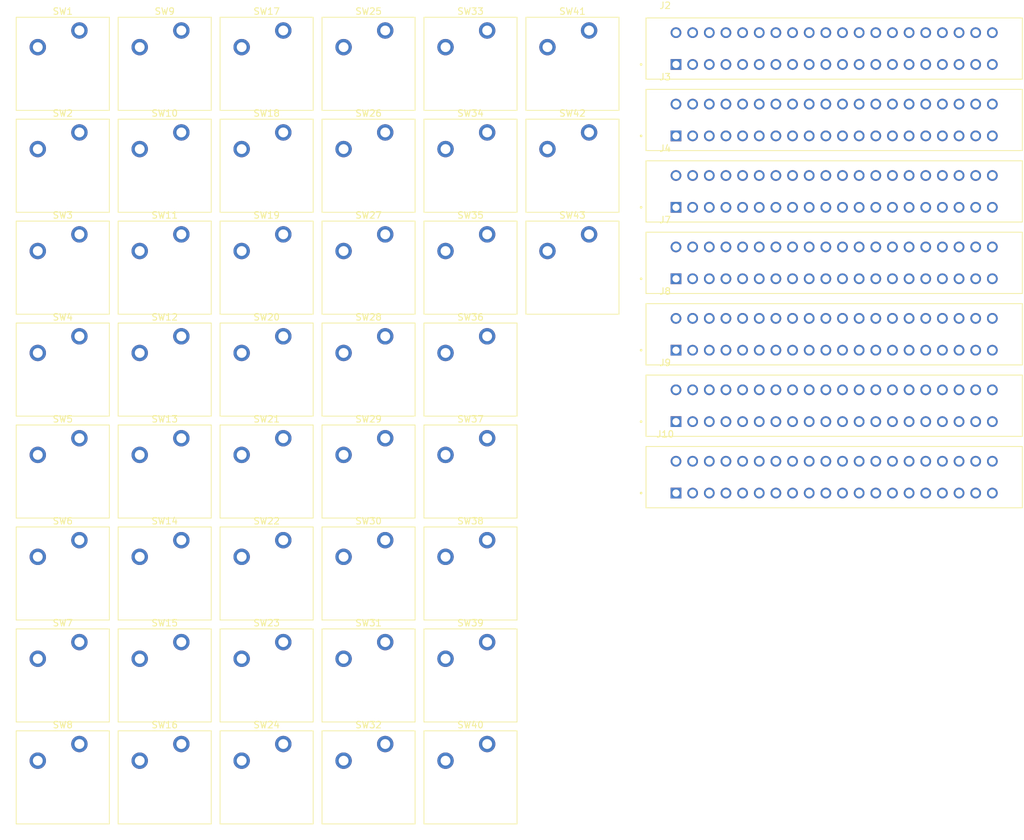
<source format=kicad_pcb>
(kicad_pcb (version 20241229) (generator "pcbnew") (generator_version "9.0")
  (layers (0 "F.Cu" signal) (2 "B.Cu" signal) (13 "F.Paste" user) (15 "B.Paste" user) (5 "F.SilkS" user "F.Silkscreen") (7 "B.SilkS" user "B.Silkscreen") (1 "F.Mask" user) (3 "B.Mask" user) (25 "Edge.Cuts" user))
  (net 0 "")
  (net 1 "/IB_{36}")
  (net 3 "/IB_{23}")
  (net 5 "/IB_{37}")
  (net 7 "/IB_{25}")
  (net 10 "/IB_{35}")
  (net 12 "/IB_{21}")
  (net 14 "/IB_{33}")
  (net 15 "/IB_{32}")
  (net 16 "/IB_{24}")
  (net 20 "/IB_{34}")
  (net 21 "KB Col 4")
  (net 22 "KB Row 1")
  (net 23 "KB Col 5")
  (net 24 "KB Col 6")
  (net 25 "KB Col 9")
  (net 26 "KB Row 2")
  (net 27 "KB Row 3")
  (net 28 "KB Col 1")
  (net 29 "KB Col 7")
  (net 30 "KB Row 4")
  (net 31 "KB Col 8")
  (net 32 "KB Row 5")
  (net 33 "KB Col 2")
  (net 34 "KB Row 6")
  (net 36 "KB Row 7")
  (net 37 "KB Row 8")
  (footprint "PCM_Switch_Keyboard_Cherry_MX:SW_Cherry_MX_PCB_1.00u" (layer "F.Cu") (at 80.003 94.8425)
    (property "Reference" "SW29" (at 0 -8 0) (layer "F.SilkS"))
    (property "Value" "TAN")
    (pad "" np_thru_hole circle (at -5.08 0) (size 1.75 1.75) (drill 1.75) (layers "*.Cu" "*.Mask"))
    (pad "" np_thru_hole circle (at 0 0) (size 4 4) (drill 4) (layers "*.Cu" "*.Mask"))
    (pad "" np_thru_hole circle (at 5.08 0) (size 1.75 1.75) (drill 1.75) (layers "*.Cu" "*.Mask"))
    (pad "1" thru_hole circle (at -3.81 -2.54) (size 2.5 2.5) (drill 1.5) (layers "*.Cu" "*.Mask") (net 23 "KB Col 5"))
    (pad "2" thru_hole circle (at 2.54 -5.08) (size 2.5 2.5) (drill 1.5) (layers "*.Cu" "*.Mask") (net 34 "KB Row 6"))
  )
  (footprint "PCM_Switch_Keyboard_Cherry_MX:SW_Cherry_MX_PCB_1.00u" (layer "F.Cu") (at 111.103 63.7425)
    (property "Reference" "SW43" (at 0 -8 0) (layer "F.SilkS"))
    (property "Value" "0")
    (pad "" np_thru_hole circle (at -5.08 0) (size 1.75 1.75) (drill 1.75) (layers "*.Cu" "*.Mask"))
    (pad "" np_thru_hole circle (at 0 0) (size 4 4) (drill 4) (layers "*.Cu" "*.Mask"))
    (pad "" np_thru_hole circle (at 5.08 0) (size 1.75 1.75) (drill 1.75) (layers "*.Cu" "*.Mask"))
    (pad "1" thru_hole circle (at -3.81 -2.54) (size 2.5 2.5) (drill 1.5) (layers "*.Cu" "*.Mask") (net 25 "KB Col 9"))
    (pad "2" thru_hole circle (at 2.54 -5.08) (size 2.5 2.5) (drill 1.5) (layers "*.Cu" "*.Mask") (net 37 "KB Row 8"))
  )
  (footprint "PCM_Switch_Keyboard_Cherry_MX:SW_Cherry_MX_PCB_1.00u" (layer "F.Cu") (at 48.903 141.4925)
    (property "Reference" "SW16" (at 0 -8 0) (layer "F.SilkS"))
    (property "Value" "x,y → Θ,r")
    (pad "" np_thru_hole circle (at -5.08 0) (size 1.75 1.75) (drill 1.75) (layers "*.Cu" "*.Mask"))
    (pad "" np_thru_hole circle (at 0 0) (size 4 4) (drill 4) (layers "*.Cu" "*.Mask"))
    (pad "" np_thru_hole circle (at 5.08 0) (size 1.75 1.75) (drill 1.75) (layers "*.Cu" "*.Mask"))
    (pad "1" thru_hole circle (at -3.81 -2.54) (size 2.5 2.5) (drill 1.5) (layers "*.Cu" "*.Mask") (net 24 "KB Col 6"))
    (pad "2" thru_hole circle (at 2.54 -5.08) (size 2.5 2.5) (drill 1.5) (layers "*.Cu" "*.Mask") (net 30 "KB Row 4"))
  )
  (footprint "PCM_Switch_Keyboard_Cherry_MX:SW_Cherry_MX_PCB_1.00u" (layer "F.Cu") (at 33.353 48.1925)
    (property "Reference" "SW2" (at 0 -8 0) (layer "F.SilkS"))
    (property "Value" ")")
    (pad "" np_thru_hole circle (at -5.08 0) (size 1.75 1.75) (drill 1.75) (layers "*.Cu" "*.Mask"))
    (pad "" np_thru_hole circle (at 0 0) (size 4 4) (drill 4) (layers "*.Cu" "*.Mask"))
    (pad "" np_thru_hole circle (at 5.08 0) (size 1.75 1.75) (drill 1.75) (layers "*.Cu" "*.Mask"))
    (pad "1" thru_hole circle (at -3.81 -2.54) (size 2.5 2.5) (drill 1.5) (layers "*.Cu" "*.Mask") (net 23 "KB Col 5"))
    (pad "2" thru_hole circle (at 2.54 -5.08) (size 2.5 2.5) (drill 1.5) (layers "*.Cu" "*.Mask") (net 22 "KB Row 1"))
  )
  (footprint "Compucorp_Test_Harness:TE_5-5530843-4" (layer "F.Cu") (at 151.03 73.9049)
    (property "Reference" "J8" (at -25.777 -6.5586 0) (layer "F.SilkS"))
    (property "Value" "Processor 2")
    (pad "1" thru_hole rect (at -24.13 2.4257) (size 1.6383 1.6383) (drill 1.0922) (layers "*.Cu" "*.Mask"))
    (pad "2" thru_hole circle (at -24.13 -2.4257) (size 1.6383 1.6383) (drill 1.0922) (layers "*.Cu" "*.Mask"))
    (pad "3" thru_hole circle (at -21.59 2.4257) (size 1.6383 1.6383) (drill 1.0922) (layers "*.Cu" "*.Mask"))
    (pad "4" thru_hole circle (at -21.59 -2.4257) (size 1.6383 1.6383) (drill 1.0922) (layers "*.Cu" "*.Mask"))
    (pad "5" thru_hole circle (at -19.05 2.4257) (size 1.6383 1.6383) (drill 1.0922) (layers "*.Cu" "*.Mask"))
    (pad "6" thru_hole circle (at -19.05 -2.4257) (size 1.6383 1.6383) (drill 1.0922) (layers "*.Cu" "*.Mask"))
    (pad "7" thru_hole circle (at -16.51 2.4257) (size 1.6383 1.6383) (drill 1.0922) (layers "*.Cu" "*.Mask"))
    (pad "8" thru_hole circle (at -16.51 -2.4257) (size 1.6383 1.6383) (drill 1.0922) (layers "*.Cu" "*.Mask"))
    (pad "9" thru_hole circle (at -13.97 2.4257) (size 1.6383 1.6383) (drill 1.0922) (layers "*.Cu" "*.Mask"))
    (pad "10" thru_hole circle (at -13.97 -2.4257) (size 1.6383 1.6383) (drill 1.0922) (layers "*.Cu" "*.Mask"))
    (pad "11" thru_hole circle (at -11.43 2.4257) (size 1.6383 1.6383) (drill 1.0922) (layers "*.Cu" "*.Mask"))
    (pad "12" thru_hole circle (at -11.43 -2.4257) (size 1.6383 1.6383) (drill 1.0922) (layers "*.Cu" "*.Mask"))
    (pad "13" thru_hole circle (at -8.89 2.4257) (size 1.6383 1.6383) (drill 1.0922) (layers "*.Cu" "*.Mask"))
    (pad "14" thru_hole circle (at -8.89 -2.4257) (size 1.6383 1.6383) (drill 1.0922) (layers "*.Cu" "*.Mask"))
    (pad "15" thru_hole circle (at -6.35 2.4257) (size 1.6383 1.6383) (drill 1.0922) (layers "*.Cu" "*.Mask"))
    (pad "16" thru_hole circle (at -6.35 -2.4257) (size 1.6383 1.6383) (drill 1.0922) (layers "*.Cu" "*.Mask"))
    (pad "17" thru_hole circle (at -3.81 2.4257) (size 1.6383 1.6383) (drill 1.0922) (layers "*.Cu" "*.Mask"))
    (pad "18" thru_hole circle (at -3.81 -2.4257) (size 1.6383 1.6383) (drill 1.0922) (layers "*.Cu" "*.Mask"))
    (pad "19" thru_hole circle (at -1.27 2.4257) (size 1.6383 1.6383) (drill 1.0922) (layers "*.Cu" "*.Mask"))
    (pad "20" thru_hole circle (at -1.27 -2.4257) (size 1.6383 1.6383) (drill 1.0922) (layers "*.Cu" "*.Mask"))
    (pad "21" thru_hole circle (at 1.27 2.4257) (size 1.6383 1.6383) (drill 1.0922) (layers "*.Cu" "*.Mask"))
    (pad "22" thru_hole circle (at 1.27 -2.4257) (size 1.6383 1.6383) (drill 1.0922) (layers "*.Cu" "*.Mask"))
    (pad "23" thru_hole circle (at 3.81 2.4257) (size 1.6383 1.6383) (drill 1.0922) (layers "*.Cu" "*.Mask"))
    (pad "24" thru_hole circle (at 3.81 -2.4257) (size 1.6383 1.6383) (drill 1.0922) (layers "*.Cu" "*.Mask"))
    (pad "25" thru_hole circle (at 6.35 2.4257) (size 1.6383 1.6383) (drill 1.0922) (layers "*.Cu" "*.Mask"))
    (pad "26" thru_hole circle (at 6.35 -2.4257) (size 1.6383 1.6383) (drill 1.0922) (layers "*.Cu" "*.Mask"))
    (pad "27" thru_hole circle (at 8.89 2.4257) (size 1.6383 1.6383) (drill 1.0922) (layers "*.Cu" "*.Mask"))
    (pad "28" thru_hole circle (at 8.89 -2.4257) (size 1.6383 1.6383) (drill 1.0922) (layers "*.Cu" "*.Mask"))
    (pad "29" thru_hole circle (at 11.43 2.4257) (size 1.6383 1.6383) (drill 1.0922) (layers "*.Cu" "*.Mask"))
    (pad "30" thru_hole circle (at 11.43 -2.4257) (size 1.6383 1.6383) (drill 1.0922) (layers "*.Cu" "*.Mask"))
    (pad "31" thru_hole circle (at 13.97 2.4257) (size 1.6383 1.6383) (drill 1.0922) (layers "*.Cu" "*.Mask"))
    (pad "32" thru_hole circle (at 13.97 -2.4257) (size 1.6383 1.6383) (drill 1.0922) (layers "*.Cu" "*.Mask"))
    (pad "33" thru_hole circle (at 16.51 2.4257) (size 1.6383 1.6383) (drill 1.0922) (layers "*.Cu" "*.Mask"))
    (pad "34" thru_hole circle (at 16.51 -2.4257) (size 1.6383 1.6383) (drill 1.0922) (layers "*.Cu" "*.Mask"))
    (pad "35" thru_hole circle (at 19.05 2.4257) (size 1.6383 1.6383) (drill 1.0922) (layers "*.Cu" "*.Mask"))
    (pad "36" thru_hole circle (at 19.05 -2.4257) (size 1.6383 1.6383) (drill 1.0922) (layers "*.Cu" "*.Mask"))
    (pad "37" thru_hole circle (at 21.59 2.4257) (size 1.6383 1.6383) (drill 1.0922) (layers "*.Cu" "*.Mask"))
    (pad "38" thru_hole circle (at 21.59 -2.4257) (size 1.6383 1.6383) (drill 1.0922) (layers "*.Cu" "*.Mask"))
    (pad "39" thru_hole circle (at 24.13 2.4257) (size 1.6383 1.6383) (drill 1.0922) (layers "*.Cu" "*.Mask"))
    (pad "40" thru_hole circle (at 24.13 -2.4257) (size 1.6383 1.6383) (drill 1.0922) (layers "*.Cu" "*.Mask"))
  )
  (footprint "PCM_Switch_Keyboard_Cherry_MX:SW_Cherry_MX_PCB_1.00u" (layer "F.Cu") (at 48.903 110.3925)
    (property "Reference" "SW14" (at 0 -8 0) (layer "F.SilkS"))
    (property "Value" "EXCHn")
    (pad "" np_thru_hole circle (at -5.08 0) (size 1.75 1.75) (drill 1.75) (layers "*.Cu" "*.Mask"))
    (pad "" np_thru_hole circle (at 0 0) (size 4 4) (drill 4) (layers "*.Cu" "*.Mask"))
    (pad "" np_thru_hole circle (at 5.08 0) (size 1.75 1.75) (drill 1.75) (layers "*.Cu" "*.Mask"))
    (pad "1" thru_hole circle (at -3.81 -2.54) (size 2.5 2.5) (drill 1.5) (layers "*.Cu" "*.Mask") (net 28 "KB Col 1"))
    (pad "2" thru_hole circle (at 2.54 -5.08) (size 2.5 2.5) (drill 1.5) (layers "*.Cu" "*.Mask") (net 30 "KB Row 4"))
  )
  (footprint "PCM_Switch_Keyboard_Cherry_MX:SW_Cherry_MX_PCB_1.00u" (layer "F.Cu") (at 111.103 48.1925)
    (property "Reference" "SW42" (at 0 -8 0) (layer "F.SilkS"))
    (property "Value" "8")
    (pad "" np_thru_hole circle (at -5.08 0) (size 1.75 1.75) (drill 1.75) (layers "*.Cu" "*.Mask"))
    (pad "" np_thru_hole circle (at 0 0) (size 4 4) (drill 4) (layers "*.Cu" "*.Mask"))
    (pad "" np_thru_hole circle (at 5.08 0) (size 1.75 1.75) (drill 1.75) (layers "*.Cu" "*.Mask"))
    (pad "1" thru_hole circle (at -3.81 -2.54) (size 2.5 2.5) (drill 1.5) (layers "*.Cu" "*.Mask") (net 31 "KB Col 8"))
    (pad "2" thru_hole circle (at 2.54 -5.08) (size 2.5 2.5) (drill 1.5) (layers "*.Cu" "*.Mask") (net 37 "KB Row 8"))
  )
  (footprint "PCM_Switch_Keyboard_Cherry_MX:SW_Cherry_MX_PCB_1.00u" (layer "F.Cu") (at 95.553 125.9425)
    (property "Reference" "SW39" (at 0 -8 0) (layer "F.SilkS"))
    (property "Value" "SIN COS")
    (pad "" np_thru_hole circle (at -5.08 0) (size 1.75 1.75) (drill 1.75) (layers "*.Cu" "*.Mask"))
    (pad "" np_thru_hole circle (at 0 0) (size 4 4) (drill 4) (layers "*.Cu" "*.Mask"))
    (pad "" np_thru_hole circle (at 5.08 0) (size 1.75 1.75) (drill 1.75) (layers "*.Cu" "*.Mask"))
    (pad "1" thru_hole circle (at -3.81 -2.54) (size 2.5 2.5) (drill 1.5) (layers "*.Cu" "*.Mask") (net 23 "KB Col 5"))
    (pad "2" thru_hole circle (at 2.54 -5.08) (size 2.5 2.5) (drill 1.5) (layers "*.Cu" "*.Mask") (net 37 "KB Row 8"))
  )
  (footprint "PCM_Switch_Keyboard_Cherry_MX:SW_Cherry_MX_PCB_1.00u" (layer "F.Cu") (at 64.453 32.6425)
    (property "Reference" "SW17" (at 0 -8 0) (layer "F.SilkS"))
    (property "Value" "DIV")
    (pad "" np_thru_hole circle (at -5.08 0) (size 1.75 1.75) (drill 1.75) (layers "*.Cu" "*.Mask"))
    (pad "" np_thru_hole circle (at 0 0) (size 4 4) (drill 4) (layers "*.Cu" "*.Mask"))
    (pad "" np_thru_hole circle (at 5.08 0) (size 1.75 1.75) (drill 1.75) (layers "*.Cu" "*.Mask"))
    (pad "1" thru_hole circle (at -3.81 -2.54) (size 2.5 2.5) (drill 1.5) (layers "*.Cu" "*.Mask") (net 29 "KB Col 7"))
    (pad "2" thru_hole circle (at 2.54 -5.08) (size 2.5 2.5) (drill 1.5) (layers "*.Cu" "*.Mask") (net 30 "KB Row 4"))
  )
  (footprint "PCM_Switch_Keyboard_Cherry_MX:SW_Cherry_MX_PCB_1.00u" (layer "F.Cu") (at 64.453 141.4925)
    (property "Reference" "SW24" (at 0 -8 0) (layer "F.SilkS"))
    (property "Value" "MUL")
    (pad "" np_thru_hole circle (at -5.08 0) (size 1.75 1.75) (drill 1.75) (layers "*.Cu" "*.Mask"))
    (pad "" np_thru_hole circle (at 0 0) (size 4 4) (drill 4) (layers "*.Cu" "*.Mask"))
    (pad "" np_thru_hole circle (at 5.08 0) (size 1.75 1.75) (drill 1.75) (layers "*.Cu" "*.Mask"))
    (pad "1" thru_hole circle (at -3.81 -2.54) (size 2.5 2.5) (drill 1.5) (layers "*.Cu" "*.Mask") (net 29 "KB Col 7"))
    (pad "2" thru_hole circle (at 2.54 -5.08) (size 2.5 2.5) (drill 1.5) (layers "*.Cu" "*.Mask") (net 32 "KB Row 5"))
  )
  (footprint "PCM_Switch_Keyboard_Cherry_MX:SW_Cherry_MX_PCB_1.00u" (layer "F.Cu") (at 64.453 63.7425)
    (property "Reference" "SW19" (at 0 -8 0) (layer "F.SilkS"))
    (property "Value" "4")
    (pad "" np_thru_hole circle (at -5.08 0) (size 1.75 1.75) (drill 1.75) (layers "*.Cu" "*.Mask"))
    (pad "" np_thru_hole circle (at 0 0) (size 4 4) (drill 4) (layers "*.Cu" "*.Mask"))
    (pad "" np_thru_hole circle (at 5.08 0) (size 1.75 1.75) (drill 1.75) (layers "*.Cu" "*.Mask"))
    (pad "1" thru_hole circle (at -3.81 -2.54) (size 2.5 2.5) (drill 1.5) (layers "*.Cu" "*.Mask") (net 25 "KB Col 9"))
    (pad "2" thru_hole circle (at 2.54 -5.08) (size 2.5 2.5) (drill 1.5) (layers "*.Cu" "*.Mask") (net 30 "KB Row 4"))
  )
  (footprint "PCM_Switch_Keyboard_Cherry_MX:SW_Cherry_MX_PCB_1.00u" (layer "F.Cu") (at 33.353 141.4925)
    (property "Reference" "SW8" (at 0 -8 0) (layer "F.SilkS"))
    (property "Value" "6")
    (pad "" np_thru_hole circle (at -5.08 0) (size 1.75 1.75) (drill 1.75) (layers "*.Cu" "*.Mask"))
    (pad "" np_thru_hole circle (at 0 0) (size 4 4) (drill 4) (layers "*.Cu" "*.Mask"))
    (pad "" np_thru_hole circle (at 5.08 0) (size 1.75 1.75) (drill 1.75) (layers "*.Cu" "*.Mask"))
    (pad "1" thru_hole circle (at -3.81 -2.54) (size 2.5 2.5) (drill 1.5) (layers "*.Cu" "*.Mask") (net 25 "KB Col 9"))
    (pad "2" thru_hole circle (at 2.54 -5.08) (size 2.5 2.5) (drill 1.5) (layers "*.Cu" "*.Mask") (net 26 "KB Row 2"))
  )
  (footprint "PCM_Switch_Keyboard_Cherry_MX:SW_Cherry_MX_PCB_1.00u" (layer "F.Cu") (at 33.353 110.3925)
    (property "Reference" "SW6" (at 0 -8 0) (layer "F.SilkS"))
    (property "Value" "(")
    (pad "" np_thru_hole circle (at -5.08 0) (size 1.75 1.75) (drill 1.75) (layers "*.Cu" "*.Mask"))
    (pad "" np_thru_hole circle (at 0 0) (size 4 4) (drill 4) (layers "*.Cu" "*.Mask"))
    (pad "" np_thru_hole circle (at 5.08 0) (size 1.75 1.75) (drill 1.75) (layers "*.Cu" "*.Mask"))
    (pad "1" thru_hole circle (at -3.81 -2.54) (size 2.5 2.5) (drill 1.5) (layers "*.Cu" "*.Mask") (net 23 "KB Col 5"))
    (pad "2" thru_hole circle (at 2.54 -5.08) (size 2.5 2.5) (drill 1.5) (layers "*.Cu" "*.Mask") (net 26 "KB Row 2"))
  )
  (footprint "Compucorp_Test_Harness:TE_5-5530843-4" (layer "F.Cu") (at 151.03 84.8021)
    (property "Reference" "J9" (at -25.777 -6.5586 0) (layer "F.SilkS"))
    (property "Value" "Memory 2")
    (pad "1" thru_hole rect (at -24.13 2.4257) (size 1.6383 1.6383) (drill 1.0922) (layers "*.Cu" "*.Mask"))
    (pad "2" thru_hole circle (at -24.13 -2.4257) (size 1.6383 1.6383) (drill 1.0922) (layers "*.Cu" "*.Mask"))
    (pad "3" thru_hole circle (at -21.59 2.4257) (size 1.6383 1.6383) (drill 1.0922) (layers "*.Cu" "*.Mask"))
    (pad "4" thru_hole circle (at -21.59 -2.4257) (size 1.6383 1.6383) (drill 1.0922) (layers "*.Cu" "*.Mask"))
    (pad "5" thru_hole circle (at -19.05 2.4257) (size 1.6383 1.6383) (drill 1.0922) (layers "*.Cu" "*.Mask"))
    (pad "6" thru_hole circle (at -19.05 -2.4257) (size 1.6383 1.6383) (drill 1.0922) (layers "*.Cu" "*.Mask"))
    (pad "7" thru_hole circle (at -16.51 2.4257) (size 1.6383 1.6383) (drill 1.0922) (layers "*.Cu" "*.Mask"))
    (pad "8" thru_hole circle (at -16.51 -2.4257) (size 1.6383 1.6383) (drill 1.0922) (layers "*.Cu" "*.Mask"))
    (pad "9" thru_hole circle (at -13.97 2.4257) (size 1.6383 1.6383) (drill 1.0922) (layers "*.Cu" "*.Mask"))
    (pad "10" thru_hole circle (at -13.97 -2.4257) (size 1.6383 1.6383) (drill 1.0922) (layers "*.Cu" "*.Mask"))
    (pad "11" thru_hole circle (at -11.43 2.4257) (size 1.6383 1.6383) (drill 1.0922) (layers "*.Cu" "*.Mask"))
    (pad "12" thru_hole circle (at -11.43 -2.4257) (size 1.6383 1.6383) (drill 1.0922) (layers "*.Cu" "*.Mask"))
    (pad "13" thru_hole circle (at -8.89 2.4257) (size 1.6383 1.6383) (drill 1.0922) (layers "*.Cu" "*.Mask"))
    (pad "14" thru_hole circle (at -8.89 -2.4257) (size 1.6383 1.6383) (drill 1.0922) (layers "*.Cu" "*.Mask"))
    (pad "15" thru_hole circle (at -6.35 2.4257) (size 1.6383 1.6383) (drill 1.0922) (layers "*.Cu" "*.Mask"))
    (pad "16" thru_hole circle (at -6.35 -2.4257) (size 1.6383 1.6383) (drill 1.0922) (layers "*.Cu" "*.Mask"))
    (pad "17" thru_hole circle (at -3.81 2.4257) (size 1.6383 1.6383) (drill 1.0922) (layers "*.Cu" "*.Mask"))
    (pad "18" thru_hole circle (at -3.81 -2.4257) (size 1.6383 1.6383) (drill 1.0922) (layers "*.Cu" "*.Mask"))
    (pad "19" thru_hole circle (at -1.27 2.4257) (size 1.6383 1.6383) (drill 1.0922) (layers "*.Cu" "*.Mask"))
    (pad "20" thru_hole circle (at -1.27 -2.4257) (size 1.6383 1.6383) (drill 1.0922) (layers "*.Cu" "*.Mask"))
    (pad "21" thru_hole circle (at 1.27 2.4257) (size 1.6383 1.6383) (drill 1.0922) (layers "*.Cu" "*.Mask"))
    (pad "22" thru_hole circle (at 1.27 -2.4257) (size 1.6383 1.6383) (drill 1.0922) (layers "*.Cu" "*.Mask"))
    (pad "23" thru_hole circle (at 3.81 2.4257) (size 1.6383 1.6383) (drill 1.0922) (layers "*.Cu" "*.Mask"))
    (pad "24" thru_hole circle (at 3.81 -2.4257) (size 1.6383 1.6383) (drill 1.0922) (layers "*.Cu" "*.Mask"))
    (pad "25" thru_hole circle (at 6.35 2.4257) (size 1.6383 1.6383) (drill 1.0922) (layers "*.Cu" "*.Mask"))
    (pad "26" thru_hole circle (at 6.35 -2.4257) (size 1.6383 1.6383) (drill 1.0922) (layers "*.Cu" "*.Mask"))
    (pad "27" thru_hole circle (at 8.89 2.4257) (size 1.6383 1.6383) (drill 1.0922) (layers "*.Cu" "*.Mask"))
    (pad "28" thru_hole circle (at 8.89 -2.4257) (size 1.6383 1.6383) (drill 1.0922) (layers "*.Cu" "*.Mask"))
    (pad "29" thru_hole circle (at 11.43 2.4257) (size 1.6383 1.6383) (drill 1.0922) (layers "*.Cu" "*.Mask"))
    (pad "30" thru_hole circle (at 11.43 -2.4257) (size 1.6383 1.6383) (drill 1.0922) (layers "*.Cu" "*.Mask"))
    (pad "31" thru_hole circle (at 13.97 2.4257) (size 1.6383 1.6383) (drill 1.0922) (layers "*.Cu" "*.Mask"))
    (pad "32" thru_hole circle (at 13.97 -2.4257) (size 1.6383 1.6383) (drill 1.0922) (layers "*.Cu" "*.Mask"))
    (pad "33" thru_hole circle (at 16.51 2.4257) (size 1.6383 1.6383) (drill 1.0922) (layers "*.Cu" "*.Mask"))
    (pad "34" thru_hole circle (at 16.51 -2.4257) (size 1.6383 1.6383) (drill 1.0922) (layers "*.Cu" "*.Mask"))
    (pad "35" thru_hole circle (at 19.05 2.4257) (size 1.6383 1.6383) (drill 1.0922) (layers "*.Cu" "*.Mask"))
    (pad "36" thru_hole circle (at 19.05 -2.4257) (size 1.6383 1.6383) (drill 1.0922) (layers "*.Cu" "*.Mask"))
    (pad "37" thru_hole circle (at 21.59 2.4257) (size 1.6383 1.6383) (drill 1.0922) (layers "*.Cu" "*.Mask"))
    (pad "38" thru_hole circle (at 21.59 -2.4257) (size 1.6383 1.6383) (drill 1.0922) (layers "*.Cu" "*.Mask"))
    (pad "39" thru_hole circle (at 24.13 2.4257) (size 1.6383 1.6383) (drill 1.0922) (layers "*.Cu" "*.Mask"))
    (pad "40" thru_hole circle (at 24.13 -2.4257) (size 1.6383 1.6383) (drill 1.0922) (layers "*.Cu" "*.Mask"))
  )
  (footprint "PCM_Switch_Keyboard_Cherry_MX:SW_Cherry_MX_PCB_1.00u" (layer "F.Cu") (at 80.003 125.9425)
    (property "Reference" "SW31" (at 0 -8 0) (layer "F.SilkS"))
    (property "Value" "MINUS")
    (pad "" np_thru_hole circle (at -5.08 0) (size 1.75 1.75) (drill 1.75) (layers "*.Cu" "*.Mask"))
    (pad "" np_thru_hole circle (at 0 0) (size 4 4) (drill 4) (layers "*.Cu" "*.Mask"))
    (pad "" np_thru_hole circle (at 5.08 0) (size 1.75 1.75) (drill 1.75) (layers "*.Cu" "*.Mask"))
    (pad "1" thru_hole circle (at -3.81 -2.54) (size 2.5 2.5) (drill 1.5) (layers "*.Cu" "*.Mask") (net 29 "KB Col 7"))
    (pad "2" thru_hole circle (at 2.54 -5.08) (size 2.5 2.5) (drill 1.5) (layers "*.Cu" "*.Mask") (net 34 "KB Row 6"))
  )
  (footprint "PCM_Switch_Keyboard_Cherry_MX:SW_Cherry_MX_PCB_1.00u" (layer "F.Cu") (at 48.903 94.8425)
    (property "Reference" "SW13" (at 0 -8 0) (layer "F.SilkS"))
    (property "Value" "5")
    (pad "" np_thru_hole circle (at -5.08 0) (size 1.75 1.75) (drill 1.75) (layers "*.Cu" "*.Mask"))
    (pad "" np_thru_hole circle (at 0 0) (size 4 4) (drill 4) (layers "*.Cu" "*.Mask"))
    (pad "" np_thru_hole circle (at 5.08 0) (size 1.75 1.75) (drill 1.75) (layers "*.Cu" "*.Mask"))
    (pad "1" thru_hole circle (at -3.81 -2.54) (size 2.5 2.5) (drill 1.5) (layers "*.Cu" "*.Mask") (net 25 "KB Col 9"))
    (pad "2" thru_hole circle (at 2.54 -5.08) (size 2.5 2.5) (drill 1.5) (layers "*.Cu" "*.Mask") (net 27 "KB Row 3"))
  )
  (footprint "PCM_Switch_Keyboard_Cherry_MX:SW_Cherry_MX_PCB_1.00u" (layer "F.Cu") (at 33.353 32.6425)
    (property "Reference" "SW1" (at 0 -8 0) (layer "F.SilkS"))
    (property "Value" "e^x 10^x")
    (pad "" np_thru_hole circle (at -5.08 0) (size 1.75 1.75) (drill 1.75) (layers "*.Cu" "*.Mask"))
    (pad "" np_thru_hole circle (at 0 0) (size 4 4) (drill 4) (layers "*.Cu" "*.Mask"))
    (pad "" np_thru_hole circle (at 5.08 0) (size 1.75 1.75) (drill 1.75) (layers "*.Cu" "*.Mask"))
    (pad "1" thru_hole circle (at -3.81 -2.54) (size 2.5 2.5) (drill 1.5) (layers "*.Cu" "*.Mask") (net 21 "KB Col 4"))
    (pad "2" thru_hole circle (at 2.54 -5.08) (size 2.5 2.5) (drill 1.5) (layers "*.Cu" "*.Mask") (net 22 "KB Row 1"))
  )
  (footprint "PCM_Switch_Keyboard_Cherry_MX:SW_Cherry_MX_PCB_1.00u" (layer "F.Cu") (at 33.353 94.8425)
    (property "Reference" "SW5" (at 0 -8 0) (layer "F.SilkS"))
    (property "Value" "Ln LOG")
    (pad "" np_thru_hole circle (at -5.08 0) (size 1.75 1.75) (drill 1.75) (layers "*.Cu" "*.Mask"))
    (pad "" np_thru_hole circle (at 0 0) (size 4 4) (drill 4) (layers "*.Cu" "*.Mask"))
    (pad "" np_thru_hole circle (at 5.08 0) (size 1.75 1.75) (drill 1.75) (layers "*.Cu" "*.Mask"))
    (pad "1" thru_hole circle (at -3.81 -2.54) (size 2.5 2.5) (drill 1.5) (layers "*.Cu" "*.Mask") (net 21 "KB Col 4"))
    (pad "2" thru_hole circle (at 2.54 -5.08) (size 2.5 2.5) (drill 1.5) (layers "*.Cu" "*.Mask") (net 26 "KB Row 2"))
  )
  (footprint "PCM_Switch_Keyboard_Cherry_MX:SW_Cherry_MX_PCB_1.00u" (layer "F.Cu") (at 64.453 79.2925)
    (property "Reference" "SW20" (at 0 -8 0) (layer "F.SilkS"))
    (property "Value" "RCLn")
    (pad "" np_thru_hole circle (at -5.08 0) (size 1.75 1.75) (drill 1.75) (layers "*.Cu" "*.Mask"))
    (pad "" np_thru_hole circle (at 0 0) (size 4 4) (drill 4) (layers "*.Cu" "*.Mask"))
    (pad "" np_thru_hole circle (at 5.08 0) (size 1.75 1.75) (drill 1.75) (layers "*.Cu" "*.Mask"))
    (pad "1" thru_hole circle (at -3.81 -2.54) (size 2.5 2.5) (drill 1.5) (layers "*.Cu" "*.Mask") (net 28 "KB Col 1"))
    (pad "2" thru_hole circle (at 2.54 -5.08) (size 2.5 2.5) (drill 1.5) (layers "*.Cu" "*.Mask") (net 32 "KB Row 5"))
  )
  (footprint "PCM_Switch_Keyboard_Cherry_MX:SW_Cherry_MX_PCB_1.00u" (layer "F.Cu") (at 48.903 48.1925)
    (property "Reference" "SW10" (at 0 -8 0) (layer "F.SilkS"))
    (property "Value" "2nd FUNC")
    (pad "" np_thru_hole circle (at -5.08 0) (size 1.75 1.75) (drill 1.75) (layers "*.Cu" "*.Mask"))
    (pad "" np_thru_hole circle (at 0 0) (size 4 4) (drill 4) (layers "*.Cu" "*.Mask"))
    (pad "" np_thru_hole circle (at 5.08 0) (size 1.75 1.75) (drill 1.75) (layers "*.Cu" "*.Mask"))
    (pad "1" thru_hole circle (at -3.81 -2.54) (size 2.5 2.5) (drill 1.5) (layers "*.Cu" "*.Mask") (net 21 "KB Col 4"))
    (pad "2" thru_hole circle (at 2.54 -5.08) (size 2.5 2.5) (drill 1.5) (layers "*.Cu" "*.Mask") (net 27 "KB Row 3"))
  )
  (footprint "PCM_Switch_Keyboard_Cherry_MX:SW_Cherry_MX_PCB_1.00u" (layer "F.Cu") (at 80.003 48.1925)
    (property "Reference" "SW26" (at 0 -8 0) (layer "F.SilkS"))
    (property "Value" "3")
    (pad "" np_thru_hole circle (at -5.08 0) (size 1.75 1.75) (drill 1.75) (layers "*.Cu" "*.Mask"))
    (pad "" np_thru_hole circle (at 0 0) (size 4 4) (drill 4) (layers "*.Cu" "*.Mask"))
    (pad "" np_thru_hole circle (at 5.08 0) (size 1.75 1.75) (drill 1.75) (layers "*.Cu" "*.Mask"))
    (pad "1" thru_hole circle (at -3.81 -2.54) (size 2.5 2.5) (drill 1.5) (layers "*.Cu" "*.Mask") (net 25 "KB Col 9"))
    (pad "2" thru_hole circle (at 2.54 -5.08) (size 2.5 2.5) (drill 1.5) (layers "*.Cu" "*.Mask") (net 32 "KB Row 5"))
  )
  (footprint "PCM_Switch_Keyboard_Cherry_MX:SW_Cherry_MX_PCB_1.00u" (layer "F.Cu") (at 64.453 94.8425)
    (property "Reference" "SW21" (at 0 -8 0) (layer "F.SilkS"))
    (property "Value" "CLEAR ENTRY")
    (pad "" np_thru_hole circle (at -5.08 0) (size 1.75 1.75) (drill 1.75) (layers "*.Cu" "*.Mask"))
    (pad "" np_thru_hole circle (at 0 0) (size 4 4) (drill 4) (layers "*.Cu" "*.Mask"))
    (pad "" np_thru_hole circle (at 5.08 0) (size 1.75 1.75) (drill 1.75) (layers "*.Cu" "*.Mask"))
    (pad "1" thru_hole circle (at -3.81 -2.54) (size 2.5 2.5) (drill 1.5) (layers "*.Cu" "*.Mask") (net 21 "KB Col 4"))
    (pad "2" thru_hole circle (at 2.54 -5.08) (size 2.5 2.5) (drill 1.5) (layers "*.Cu" "*.Mask") (net 32 "KB Row 5"))
  )
  (footprint "PCM_Switch_Keyboard_Cherry_MX:SW_Cherry_MX_PCB_1.00u" (layer "F.Cu") (at 33.353 63.7425)
    (property "Reference" "SW3" (at 0 -8 0) (layer "F.SilkS"))
    (property "Value" "DEC → D.MS")
    (pad "" np_thru_hole circle (at -5.08 0) (size 1.75 1.75) (drill 1.75) (layers "*.Cu" "*.Mask"))
    (pad "" np_thru_hole circle (at 0 0) (size 4 4) (drill 4) (layers "*.Cu" "*.Mask"))
    (pad "" np_thru_hole circle (at 5.08 0) (size 1.75 1.75) (drill 1.75) (layers "*.Cu" "*.Mask"))
    (pad "1" thru_hole circle (at -3.81 -2.54) (size 2.5 2.5) (drill 1.5) (layers "*.Cu" "*.Mask") (net 24 "KB Col 6"))
    (pad "2" thru_hole circle (at 2.54 -5.08) (size 2.5 2.5) (drill 1.5) (layers "*.Cu" "*.Mask") (net 22 "KB Row 1"))
  )
  (footprint "PCM_Switch_Keyboard_Cherry_MX:SW_Cherry_MX_PCB_1.00u" (layer "F.Cu") (at 48.903 125.9425)
    (property "Reference" "SW15" (at 0 -8 0) (layer "F.SilkS"))
    (property "Value" "START/STOP")
    (pad "" np_thru_hole circle (at -5.08 0) (size 1.75 1.75) (drill 1.75) (layers "*.Cu" "*.Mask"))
    (pad "" np_thru_hole circle (at 0 0) (size 4 4) (drill 4) (layers "*.Cu" "*.Mask"))
    (pad "" np_thru_hole circle (at 5.08 0) (size 1.75 1.75) (drill 1.75) (layers "*.Cu" "*.Mask"))
    (pad "1" thru_hole circle (at -3.81 -2.54) (size 2.5 2.5) (drill 1.5) (layers "*.Cu" "*.Mask") (net 21 "KB Col 4"))
    (pad "2" thru_hole circle (at 2.54 -5.08) (size 2.5 2.5) (drill 1.5) (layers "*.Cu" "*.Mask") (net 30 "KB Row 4"))
  )
  (footprint "PCM_Switch_Keyboard_Cherry_MX:SW_Cherry_MX_PCB_1.00u" (layer "F.Cu") (at 64.453 48.1925)
    (property "Reference" "SW18" (at 0 -8 0) (layer "F.SilkS"))
    (property "Value" "EXP")
    (pad "" np_thru_hole circle (at -5.08 0) (size 1.75 1.75) (drill 1.75) (layers "*.Cu" "*.Mask"))
    (pad "" np_thru_hole circle (at 0 0) (size 4 4) (drill 4) (layers "*.Cu" "*.Mask"))
    (pad "" np_thru_hole circle (at 5.08 0) (size 1.75 1.75) (drill 1.75) (layers "*.Cu" "*.Mask"))
    (pad "1" thru_hole circle (at -3.81 -2.54) (size 2.5 2.5) (drill 1.5) (layers "*.Cu" "*.Mask") (net 31 "KB Col 8"))
    (pad "2" thru_hole circle (at 2.54 -5.08) (size 2.5 2.5) (drill 1.5) (layers "*.Cu" "*.Mask") (net 30 "KB Row 4"))
  )
  (footprint "PCM_Switch_Keyboard_Cherry_MX:SW_Cherry_MX_PCB_1.00u" (layer "F.Cu") (at 95.553 48.1925)
    (property "Reference" "SW34" (at 0 -8 0) (layer "F.SilkS"))
    (property "Value" "Θ,r → x,y")
    (pad "" np_thru_hole circle (at -5.08 0) (size 1.75 1.75) (drill 1.75) (layers "*.Cu" "*.Mask"))
    (pad "" np_thru_hole circle (at 0 0) (size 4 4) (drill 4) (layers "*.Cu" "*.Mask"))
    (pad "" np_thru_hole circle (at 5.08 0) (size 1.75 1.75) (drill 1.75) (layers "*.Cu" "*.Mask"))
    (pad "1" thru_hole circle (at -3.81 -2.54) (size 2.5 2.5) (drill 1.5) (layers "*.Cu" "*.Mask") (net 23 "KB Col 5"))
    (pad "2" thru_hole circle (at 2.54 -5.08) (size 2.5 2.5) (drill 1.5) (layers "*.Cu" "*.Mask") (net 36 "KB Row 7"))
  )
  (footprint "PCM_Switch_Keyboard_Cherry_MX:SW_Cherry_MX_PCB_1.00u" (layer "F.Cu") (at 48.903 79.2925)
    (property "Reference" "SW12" (at 0 -8 0) (layer "F.SilkS"))
    (property "Value" "a^x")
    (pad "" np_thru_hole circle (at -5.08 0) (size 1.75 1.75) (drill 1.75) (layers "*.Cu" "*.Mask"))
    (pad "" np_thru_hole circle (at 0 0) (size 4 4) (drill 4) (layers "*.Cu" "*.Mask"))
    (pad "" np_thru_hole circle (at 5.08 0) (size 1.75 1.75) (drill 1.75) (layers "*.Cu" "*.Mask"))
    (pad "1" thru_hole circle (at -3.81 -2.54) (size 2.5 2.5) (drill 1.5) (layers "*.Cu" "*.Mask") (net 29 "KB Col 7"))
    (pad "2" thru_hole circle (at 2.54 -5.08) (size 2.5 2.5) (drill 1.5) (layers "*.Cu" "*.Mask") (net 27 "KB Row 3"))
  )
  (footprint "PCM_Switch_Keyboard_Cherry_MX:SW_Cherry_MX_PCB_1.00u" (layer "F.Cu") (at 95.553 94.8425)
    (property "Reference" "SW37" (at 0 -8 0) (layer "F.SilkS"))
    (property "Value" "9")
    (pad "" np_thru_hole circle (at -5.08 0) (size 1.75 1.75) (drill 1.75) (layers "*.Cu" "*.Mask"))
    (pad "" np_thru_hole circle (at 0 0) (size 4 4) (drill 4) (layers "*.Cu" "*.Mask"))
    (pad "" np_thru_hole circle (at 5.08 0) (size 1.75 1.75) (drill 1.75) (layers "*.Cu" "*.Mask"))
    (pad "1" thru_hole circle (at -3.81 -2.54) (size 2.5 2.5) (drill 1.5) (layers "*.Cu" "*.Mask") (net 31 "KB Col 8"))
    (pad "2" thru_hole circle (at 2.54 -5.08) (size 2.5 2.5) (drill 1.5) (layers "*.Cu" "*.Mask") (net 36 "KB Row 7"))
  )
  (footprint "PCM_Switch_Keyboard_Cherry_MX:SW_Cherry_MX_PCB_1.00u" (layer "F.Cu") (at 64.453 110.3925)
    (property "Reference" "SW22" (at 0 -8 0) (layer "F.SilkS"))
    (property "Value" "º → R → º")
    (pad "" np_thru_hole circle (at -5.08 0) (size 1.75 1.75) (drill 1.75) (layers "*.Cu" "*.Mask"))
    (pad "" np_thru_hole circle (at 0 0) (size 4 4) (drill 4) (layers "*.Cu" "*.Mask"))
    (pad "" np_thru_hole circle (at 5.08 0) (size 1.75 1.75) (drill 1.75) (layers "*.Cu" "*.Mask"))
    (pad "1" thru_hole circle (at -3.81 -2.54) (size 2.5 2.5) (drill 1.5) (layers "*.Cu" "*.Mask") (net 23 "KB Col 5"))
    (pad "2" thru_hole circle (at 2.54 -5.08) (size 2.5 2.5) (drill 1.5) (layers "*.Cu" "*.Mask") (net 32 "KB Row 5"))
  )
  (footprint "PCM_Switch_Keyboard_Cherry_MX:SW_Cherry_MX_PCB_1.00u" (layer "F.Cu") (at 95.553 63.7425)
    (property "Reference" "SW35" (at 0 -8 0) (layer "F.SilkS"))
    (property "Value" "SQRT")
    (pad "" np_thru_hole circle (at -5.08 0) (size 1.75 1.75) (drill 1.75) (layers "*.Cu" "*.Mask"))
    (pad "" np_thru_hole circle (at 0 0) (size 4 4) (drill 4) (layers "*.Cu" "*.Mask"))
    (pad "" np_thru_hole circle (at 5.08 0) (size 1.75 1.75) (drill 1.75) (layers "*.Cu" "*.Mask"))
    (pad "1" thru_hole circle (at -3.81 -2.54) (size 2.5 2.5) (drill 1.5) (layers "*.Cu" "*.Mask") (net 24 "KB Col 6"))
    (pad "2" thru_hole circle (at 2.54 -5.08) (size 2.5 2.5) (drill 1.5) (layers "*.Cu" "*.Mask") (net 36 "KB Row 7"))
  )
  (footprint "PCM_Switch_Keyboard_Cherry_MX:SW_Cherry_MX_PCB_1.00u" (layer "F.Cu") (at 80.003 141.4925)
    (property "Reference" "SW32" (at 0 -8 0) (layer "F.SilkS"))
    (property "Value" "DP")
    (pad "" np_thru_hole circle (at -5.08 0) (size 1.75 1.75) (drill 1.75) (layers "*.Cu" "*.Mask"))
    (pad "" np_thru_hole circle (at 0 0) (size 4 4) (drill 4) (layers "*.Cu" "*.Mask"))
    (pad "" np_thru_hole circle (at 5.08 0) (size 1.75 1.75) (drill 1.75) (layers "*.Cu" "*.Mask"))
    (pad "1" thru_hole circle (at -3.81 -2.54) (size 2.5 2.5) (drill 1.5) (layers "*.Cu" "*.Mask") (net 31 "KB Col 8"))
    (pad "2" thru_hole circle (at 2.54 -5.08) (size 2.5 2.5) (drill 1.5) (layers "*.Cu" "*.Mask") (net 34 "KB Row 6"))
  )
  (footprint "PCM_Switch_Keyboard_Cherry_MX:SW_Cherry_MX_PCB_1.00u" (layer "F.Cu") (at 95.553 110.3925)
    (property "Reference" "SW38" (at 0 -8 0) (layer "F.SilkS"))
    (property "Value" "1")
    (pad "" np_thru_hole circle (at -5.08 0) (size 1.75 1.75) (drill 1.75) (layers "*.Cu" "*.Mask"))
    (pad "" np_thru_hole circle (at 0 0) (size 4 4) (drill 4) (layers "*.Cu" "*.Mask"))
    (pad "" np_thru_hole circle (at 5.08 0) (size 1.75 1.75) (drill 1.75) (layers "*.Cu" "*.Mask"))
    (pad "1" thru_hole circle (at -3.81 -2.54) (size 2.5 2.5) (drill 1.5) (layers "*.Cu" "*.Mask") (net 25 "KB Col 9"))
    (pad "2" thru_hole circle (at 2.54 -5.08) (size 2.5 2.5) (drill 1.5) (layers "*.Cu" "*.Mask") (net 36 "KB Row 7"))
  )
  (footprint "PCM_Switch_Keyboard_Cherry_MX:SW_Cherry_MX_PCB_1.00u" (layer "F.Cu") (at 111.103 32.6425)
    (property "Reference" "SW41" (at 0 -8 0) (layer "F.SilkS"))
    (property "Value" "EQUALS")
    (pad "" np_thru_hole circle (at -5.08 0) (size 1.75 1.75) (drill 1.75) (layers "*.Cu" "*.Mask"))
    (pad "" np_thru_hole circle (at 0 0) (size 4 4) (drill 4) (layers "*.Cu" "*.Mask"))
    (pad "" np_thru_hole circle (at 5.08 0) (size 1.75 1.75) (drill 1.75) (layers "*.Cu" "*.Mask"))
    (pad "1" thru_hole circle (at -3.81 -2.54) (size 2.5 2.5) (drill 1.5) (layers "*.Cu" "*.Mask") (net 29 "KB Col 7"))
    (pad "2" thru_hole circle (at 2.54 -5.08) (size 2.5 2.5) (drill 1.5) (layers "*.Cu" "*.Mask") (net 37 "KB Row 8"))
  )
  (footprint "PCM_Switch_Keyboard_Cherry_MX:SW_Cherry_MX_PCB_1.00u" (layer "F.Cu") (at 48.903 63.7425)
    (property "Reference" "SW11" (at 0 -8 0) (layer "F.SilkS"))
    (property "Value" "ARCTAN")
    (pad "" np_thru_hole circle (at -5.08 0) (size 1.75 1.75) (drill 1.75) (layers "*.Cu" "*.Mask"))
    (pad "" np_thru_hole circle (at 0 0) (size 4 4) (drill 4) (layers "*.Cu" "*.Mask"))
    (pad "" np_thru_hole circle (at 5.08 0) (size 1.75 1.75) (drill 1.75) (layers "*.Cu" "*.Mask"))
    (pad "1" thru_hole circle (at -3.81 -2.54) (size 2.5 2.5) (drill 1.5) (layers "*.Cu" "*.Mask") (net 24 "KB Col 6"))
    (pad "2" thru_hole circle (at 2.54 -5.08) (size 2.5 2.5) (drill 1.5) (layers "*.Cu" "*.Mask") (net 27 "KB Row 3"))
  )
  (footprint "PCM_Switch_Keyboard_Cherry_MX:SW_Cherry_MX_PCB_1.00u" (layer "F.Cu") (at 95.553 32.6425)
    (property "Reference" "SW33" (at 0 -8 0) (layer "F.SilkS"))
    (property "Value" "2")
    (pad "" np_thru_hole circle (at -5.08 0) (size 1.75 1.75) (drill 1.75) (layers "*.Cu" "*.Mask"))
    (pad "" np_thru_hole circle (at 0 0) (size 4 4) (drill 4) (layers "*.Cu" "*.Mask"))
    (pad "" np_thru_hole circle (at 5.08 0) (size 1.75 1.75) (drill 1.75) (layers "*.Cu" "*.Mask"))
    (pad "1" thru_hole circle (at -3.81 -2.54) (size 2.5 2.5) (drill 1.5) (layers "*.Cu" "*.Mask") (net 25 "KB Col 9"))
    (pad "2" thru_hole circle (at 2.54 -5.08) (size 2.5 2.5) (drill 1.5) (layers "*.Cu" "*.Mask") (net 34 "KB Row 6"))
  )
  (footprint "Compucorp_Test_Harness:TE_5-5530843-4" (layer "F.Cu") (at 151.03 30.3161)
    (property "Reference" "J2" (at -25.777 -6.5586 0) (layer "F.SilkS"))
    (property "Value" "Scan 1")
    (pad "1" thru_hole rect (at -24.13 2.4257) (size 1.6383 1.6383) (drill 1.0922) (layers "*.Cu" "*.Mask"))
    (pad "2" thru_hole circle (at -24.13 -2.4257) (size 1.6383 1.6383) (drill 1.0922) (layers "*.Cu" "*.Mask"))
    (pad "3" thru_hole circle (at -21.59 2.4257) (size 1.6383 1.6383) (drill 1.0922) (layers "*.Cu" "*.Mask"))
    (pad "4" thru_hole circle (at -21.59 -2.4257) (size 1.6383 1.6383) (drill 1.0922) (layers "*.Cu" "*.Mask"))
    (pad "5" thru_hole circle (at -19.05 2.4257) (size 1.6383 1.6383) (drill 1.0922) (layers "*.Cu" "*.Mask"))
    (pad "6" thru_hole circle (at -19.05 -2.4257) (size 1.6383 1.6383) (drill 1.0922) (layers "*.Cu" "*.Mask"))
    (pad "7" thru_hole circle (at -16.51 2.4257) (size 1.6383 1.6383) (drill 1.0922) (layers "*.Cu" "*.Mask"))
    (pad "8" thru_hole circle (at -16.51 -2.4257) (size 1.6383 1.6383) (drill 1.0922) (layers "*.Cu" "*.Mask"))
    (pad "9" thru_hole circle (at -13.97 2.4257) (size 1.6383 1.6383) (drill 1.0922) (layers "*.Cu" "*.Mask"))
    (pad "10" thru_hole circle (at -13.97 -2.4257) (size 1.6383 1.6383) (drill 1.0922) (layers "*.Cu" "*.Mask"))
    (pad "11" thru_hole circle (at -11.43 2.4257) (size 1.6383 1.6383) (drill 1.0922) (layers "*.Cu" "*.Mask"))
    (pad "12" thru_hole circle (at -11.43 -2.4257) (size 1.6383 1.6383) (drill 1.0922) (layers "*.Cu" "*.Mask"))
    (pad "13" thru_hole circle (at -8.89 2.4257) (size 1.6383 1.6383) (drill 1.0922) (layers "*.Cu" "*.Mask"))
    (pad "14" thru_hole circle (at -8.89 -2.4257) (size 1.6383 1.6383) (drill 1.0922) (layers "*.Cu" "*.Mask"))
    (pad "15" thru_hole circle (at -6.35 2.4257) (size 1.6383 1.6383) (drill 1.0922) (layers "*.Cu" "*.Mask"))
    (pad "16" thru_hole circle (at -6.35 -2.4257) (size 1.6383 1.6383) (drill 1.0922) (layers "*.Cu" "*.Mask"))
    (pad "17" thru_hole circle (at -3.81 2.4257) (size 1.6383 1.6383) (drill 1.0922) (layers "*.Cu" "*.Mask"))
    (pad "18" thru_hole circle (at -3.81 -2.4257) (size 1.6383 1.6383) (drill 1.0922) (layers "*.Cu" "*.Mask"))
    (pad "19" thru_hole circle (at -1.27 2.4257) (size 1.6383 1.6383) (drill 1.0922) (layers "*.Cu" "*.Mask"))
    (pad "20" thru_hole circle (at -1.27 -2.4257) (size 1.6383 1.6383) (drill 1.0922) (layers "*.Cu" "*.Mask"))
    (pad "21" thru_hole circle (at 1.27 2.4257) (size 1.6383 1.6383) (drill 1.0922) (layers "*.Cu" "*.Mask"))
    (pad "22" thru_hole circle (at 1.27 -2.4257) (size 1.6383 1.6383) (drill 1.0922) (layers "*.Cu" "*.Mask"))
    (pad "23" thru_hole circle (at 3.81 2.4257) (size 1.6383 1.6383) (drill 1.0922) (layers "*.Cu" "*.Mask"))
    (pad "24" thru_hole circle (at 3.81 -2.4257) (size 1.6383 1.6383) (drill 1.0922) (layers "*.Cu" "*.Mask"))
    (pad "25" thru_hole circle (at 6.35 2.4257) (size 1.6383 1.6383) (drill 1.0922) (layers "*.Cu" "*.Mask"))
    (pad "26" thru_hole circle (at 6.35 -2.4257) (size 1.6383 1.6383) (drill 1.0922) (layers "*.Cu" "*.Mask"))
    (pad "27" thru_hole circle (at 8.89 2.4257) (size 1.6383 1.6383) (drill 1.0922) (layers "*.Cu" "*.Mask"))
    (pad "28" thru_hole circle (at 8.89 -2.4257) (size 1.6383 1.6383) (drill 1.0922) (layers "*.Cu" "*.Mask"))
    (pad "29" thru_hole circle (at 11.43 2.4257) (size 1.6383 1.6383) (drill 1.0922) (layers "*.Cu" "*.Mask"))
    (pad "30" thru_hole circle (at 11.43 -2.4257) (size 1.6383 1.6383) (drill 1.0922) (layers "*.Cu" "*.Mask"))
    (pad "31" thru_hole circle (at 13.97 2.4257) (size 1.6383 1.6383) (drill 1.0922) (layers "*.Cu" "*.Mask"))
    (pad "32" thru_hole circle (at 13.97 -2.4257) (size 1.6383 1.6383) (drill 1.0922) (layers "*.Cu" "*.Mask"))
    (pad "33" thru_hole circle (at 16.51 2.4257) (size 1.6383 1.6383) (drill 1.0922) (layers "*.Cu" "*.Mask"))
    (pad "34" thru_hole circle (at 16.51 -2.4257) (size 1.6383 1.6383) (drill 1.0922) (layers "*.Cu" "*.Mask"))
    (pad "35" thru_hole circle (at 19.05 2.4257) (size 1.6383 1.6383) (drill 1.0922) (layers "*.Cu" "*.Mask"))
    (pad "36" thru_hole circle (at 19.05 -2.4257) (size 1.6383 1.6383) (drill 1.0922) (layers "*.Cu" "*.Mask"))
    (pad "37" thru_hole circle (at 21.59 2.4257) (size 1.6383 1.6383) (drill 1.0922) (layers "*.Cu" "*.Mask"))
    (pad "38" thru_hole circle (at 21.59 -2.4257) (size 1.6383 1.6383) (drill 1.0922) (layers "*.Cu" "*.Mask"))
    (pad "39" thru_hole circle (at 24.13 2.4257) (size 1.6383 1.6383) (drill 1.0922) (layers "*.Cu" "*.Mask"))
    (pad "40" thru_hole circle (at 24.13 -2.4257) (size 1.6383 1.6383) (drill 1.0922) (layers "*.Cu" "*.Mask"))
  )
  (footprint "PCM_Switch_Keyboard_Cherry_MX:SW_Cherry_MX_PCB_1.00u" (layer "F.Cu") (at 95.553 79.2925)
    (property "Reference" "SW36" (at 0 -8 0) (layer "F.SilkS"))
    (property "Value" "PLUS")
    (pad "" np_thru_hole circle (at -5.08 0) (size 1.75 1.75) (drill 1.75) (layers "*.Cu" "*.Mask"))
    (pad "" np_thru_hole circle (at 0 0) (size 4 4) (drill 4) (layers "*.Cu" "*.Mask"))
    (pad "" np_thru_hole circle (at 5.08 0) (size 1.75 1.75) (drill 1.75) (layers "*.Cu" "*.Mask"))
    (pad "1" thru_hole circle (at -3.81 -2.54) (size 2.5 2.5) (drill 1.5) (layers "*.Cu" "*.Mask") (net 29 "KB Col 7"))
    (pad "2" thru_hole circle (at 2.54 -5.08) (size 2.5 2.5) (drill 1.5) (layers "*.Cu" "*.Mask") (net 36 "KB Row 7"))
  )
  (footprint "PCM_Switch_Keyboard_Cherry_MX:SW_Cherry_MX_PCB_1.00u" (layer "F.Cu") (at 80.003 32.6425)
    (property "Reference" "SW25" (at 0 -8 0) (layer "F.SilkS"))
    (property "Value" "CHG SIGN")
    (pad "" np_thru_hole circle (at -5.08 0) (size 1.75 1.75) (drill 1.75) (layers "*.Cu" "*.Mask"))
    (pad "" np_thru_hole circle (at 0 0) (size 4 4) (drill 4) (layers "*.Cu" "*.Mask"))
    (pad "" np_thru_hole circle (at 5.08 0) (size 1.75 1.75) (drill 1.75) (layers "*.Cu" "*.Mask"))
    (pad "1" thru_hole circle (at -3.81 -2.54) (size 2.5 2.5) (drill 1.5) (layers "*.Cu" "*.Mask") (net 31 "KB Col 8"))
    (pad "2" thru_hole circle (at 2.54 -5.08) (size 2.5 2.5) (drill 1.5) (layers "*.Cu" "*.Mask") (net 32 "KB Row 5"))
  )
  (footprint "PCM_Switch_Keyboard_Cherry_MX:SW_Cherry_MX_PCB_1.00u" (layer "F.Cu") (at 80.003 79.2925)
    (property "Reference" "SW28" (at 0 -8 0) (layer "F.SilkS"))
    (property "Value" "RESET")
    (pad "" np_thru_hole circle (at -5.08 0) (size 1.75 1.75) (drill 1.75) (layers "*.Cu" "*.Mask"))
    (pad "" np_thru_hole circle (at 0 0) (size 4 4) (drill 4) (layers "*.Cu" "*.Mask"))
    (pad "" np_thru_hole circle (at 5.08 0) (size 1.75 1.75) (drill 1.75) (layers "*.Cu" "*.Mask"))
    (pad "1" thru_hole circle (at -3.81 -2.54) (size 2.5 2.5) (drill 1.5) (layers "*.Cu" "*.Mask"))
    (pad "2" thru_hole circle (at 2.54 -5.08) (size 2.5 2.5) (drill 1.5) (layers "*.Cu" "*.Mask") (net 34 "KB Row 6"))
  )
  (footprint "PCM_Switch_Keyboard_Cherry_MX:SW_Cherry_MX_PCB_1.00u" (layer "F.Cu") (at 33.353 79.2925)
    (property "Reference" "SW4" (at 0 -8 0) (layer "F.SilkS"))
    (property "Value" "7")
    (pad "" np_thru_hole circle (at -5.08 0) (size 1.75 1.75) (drill 1.75) (layers "*.Cu" "*.Mask"))
    (pad "" np_thru_hole circle (at 0 0) (size 4 4) (drill 4) (layers "*.Cu" "*.Mask"))
    (pad "" np_thru_hole circle (at 5.08 0) (size 1.75 1.75) (drill 1.75) (layers "*.Cu" "*.Mask"))
    (pad "1" thru_hole circle (at -3.81 -2.54) (size 2.5 2.5) (drill 1.5) (layers "*.Cu" "*.Mask") (net 25 "KB Col 9"))
    (pad "2" thru_hole circle (at 2.54 -5.08) (size 2.5 2.5) (drill 1.5) (layers "*.Cu" "*.Mask") (net 22 "KB Row 1"))
  )
  (footprint "PCM_Switch_Keyboard_Cherry_MX:SW_Cherry_MX_PCB_1.00u" (layer "F.Cu") (at 95.553 141.4925)
    (property "Reference" "SW40" (at 0 -8 0) (layer "F.SilkS"))
    (property "Value" "PI")
    (pad "" np_thru_hole circle (at -5.08 0) (size 1.75 1.75) (drill 1.75) (layers "*.Cu" "*.Mask"))
    (pad "" np_thru_hole circle (at 0 0) (size 4 4) (drill 4) (layers "*.Cu" "*.Mask"))
    (pad "" np_thru_hole circle (at 5.08 0) (size 1.75 1.75) (drill 1.75) (layers "*.Cu" "*.Mask"))
    (pad "1" thru_hole circle (at -3.81 -2.54) (size 2.5 2.5) (drill 1.5) (layers "*.Cu" "*.Mask") (net 24 "KB Col 6"))
    (pad "2" thru_hole circle (at 2.54 -5.08) (size 2.5 2.5) (drill 1.5) (layers "*.Cu" "*.Mask") (net 37 "KB Row 8"))
  )
  (footprint "PCM_Switch_Keyboard_Cherry_MX:SW_Cherry_MX_PCB_1.00u" (layer "F.Cu") (at 48.903 32.6425)
    (property "Reference" "SW9" (at 0 -8 0) (layer "F.SilkS"))
    (property "Value" "SET DP")
    (pad "" np_thru_hole circle (at -5.08 0) (size 1.75 1.75) (drill 1.75) (layers "*.Cu" "*.Mask"))
    (pad "" np_thru_hole circle (at 0 0) (size 4 4) (drill 4) (layers "*.Cu" "*.Mask"))
    (pad "" np_thru_hole circle (at 5.08 0) (size 1.75 1.75) (drill 1.75) (layers "*.Cu" "*.Mask"))
    (pad "1" thru_hole circle (at -3.81 -2.54) (size 2.5 2.5) (drill 1.5) (layers "*.Cu" "*.Mask") (net 28 "KB Col 1"))
    (pad "2" thru_hole circle (at 2.54 -5.08) (size 2.5 2.5) (drill 1.5) (layers "*.Cu" "*.Mask") (net 27 "KB Row 3"))
  )
  (footprint "Compucorp_Test_Harness:TE_5-5530843-4" (layer "F.Cu") (at 151.03 52.1105)
    (property "Reference" "J4" (at -25.777 -6.5586 0) (layer "F.SilkS"))
    (property "Value" "Memory 1")
    (pad "1" thru_hole rect (at -24.13 2.4257) (size 1.6383 1.6383) (drill 1.0922) (layers "*.Cu" "*.Mask"))
    (pad "2" thru_hole circle (at -24.13 -2.4257) (size 1.6383 1.6383) (drill 1.0922) (layers "*.Cu" "*.Mask"))
    (pad "3" thru_hole circle (at -21.59 2.4257) (size 1.6383 1.6383) (drill 1.0922) (layers "*.Cu" "*.Mask"))
    (pad "4" thru_hole circle (at -21.59 -2.4257) (size 1.6383 1.6383) (drill 1.0922) (layers "*.Cu" "*.Mask"))
    (pad "5" thru_hole circle (at -19.05 2.4257) (size 1.6383 1.6383) (drill 1.0922) (layers "*.Cu" "*.Mask"))
    (pad "6" thru_hole circle (at -19.05 -2.4257) (size 1.6383 1.6383) (drill 1.0922) (layers "*.Cu" "*.Mask"))
    (pad "7" thru_hole circle (at -16.51 2.4257) (size 1.6383 1.6383) (drill 1.0922) (layers "*.Cu" "*.Mask"))
    (pad "8" thru_hole circle (at -16.51 -2.4257) (size 1.6383 1.6383) (drill 1.0922) (layers "*.Cu" "*.Mask"))
    (pad "9" thru_hole circle (at -13.97 2.4257) (size 1.6383 1.6383) (drill 1.0922) (layers "*.Cu" "*.Mask"))
    (pad "10" thru_hole circle (at -13.97 -2.4257) (size 1.6383 1.6383) (drill 1.0922) (layers "*.Cu" "*.Mask"))
    (pad "11" thru_hole circle (at -11.43 2.4257) (size 1.6383 1.6383) (drill 1.0922) (layers "*.Cu" "*.Mask"))
    (pad "12" thru_hole circle (at -11.43 -2.4257) (size 1.6383 1.6383) (drill 1.0922) (layers "*.Cu" "*.Mask"))
    (pad "13" thru_hole circle (at -8.89 2.4257) (size 1.6383 1.6383) (drill 1.0922) (layers "*.Cu" "*.Mask"))
    (pad "14" thru_hole circle (at -8.89 -2.4257) (size 1.6383 1.6383) (drill 1.0922) (layers "*.Cu" "*.Mask"))
    (pad "15" thru_hole circle (at -6.35 2.4257) (size 1.6383 1.6383) (drill 1.0922) (layers "*.Cu" "*.Mask"))
    (pad "16" thru_hole circle (at -6.35 -2.4257) (size 1.6383 1.6383) (drill 1.0922) (layers "*.Cu" "*.Mask"))
    (pad "17" thru_hole circle (at -3.81 2.4257) (size 1.6383 1.6383) (drill 1.0922) (layers "*.Cu" "*.Mask"))
    (pad "18" thru_hole circle (at -3.81 -2.4257) (size 1.6383 1.6383) (drill 1.0922) (layers "*.Cu" "*.Mask"))
    (pad "19" thru_hole circle (at -1.27 2.4257) (size 1.6383 1.6383) (drill 1.0922) (layers "*.Cu" "*.Mask"))
    (pad "20" thru_hole circle (at -1.27 -2.4257) (size 1.6383 1.6383) (drill 1.0922) (layers "*.Cu" "*.Mask"))
    (pad "21" thru_hole circle (at 1.27 2.4257) (size 1.6383 1.6383) (drill 1.0922) (layers "*.Cu" "*.Mask"))
    (pad "22" thru_hole circle (at 1.27 -2.4257) (size 1.6383 1.6383) (drill 1.0922) (layers "*.Cu" "*.Mask"))
    (pad "23" thru_hole circle (at 3.81 2.4257) (size 1.6383 1.6383) (drill 1.0922) (layers "*.Cu" "*.Mask"))
    (pad "24" thru_hole circle (at 3.81 -2.4257) (size 1.6383 1.6383) (drill 1.0922) (layers "*.Cu" "*.Mask"))
    (pad "25" thru_hole circle (at 6.35 2.4257) (size 1.6383 1.6383) (drill 1.0922) (layers "*.Cu" "*.Mask"))
    (pad "26" thru_hole circle (at 6.35 -2.4257) (size 1.6383 1.6383) (drill 1.0922) (layers "*.Cu" "*.Mask"))
    (pad "27" thru_hole circle (at 8.89 2.4257) (size 1.6383 1.6383) (drill 1.0922) (layers "*.Cu" "*.Mask"))
    (pad "28" thru_hole circle (at 8.89 -2.4257) (size 1.6383 1.6383) (drill 1.0922) (layers "*.Cu" "*.Mask"))
    (pad "29" thru_hole circle (at 11.43 2.4257) (size 1.6383 1.6383) (drill 1.0922) (layers "*.Cu" "*.Mask"))
    (pad "30" thru_hole circle (at 11.43 -2.4257) (size 1.6383 1.6383) (drill 1.0922) (layers "*.Cu" "*.Mask"))
    (pad "31" thru_hole circle (at 13.97 2.4257) (size 1.6383 1.6383) (drill 1.0922) (layers "*.Cu" "*.Mask"))
    (pad "32" thru_hole circle (at 13.97 -2.4257) (size 1.6383 1.6383) (drill 1.0922) (layers "*.Cu" "*.Mask"))
    (pad "33" thru_hole circle (at 16.51 2.4257) (size 1.6383 1.6383) (drill 1.0922) (layers "*.Cu" "*.Mask"))
    (pad "34" thru_hole circle (at 16.51 -2.4257) (size 1.6383 1.6383) (drill 1.0922) (layers "*.Cu" "*.Mask"))
    (pad "35" thru_hole circle (at 19.05 2.4257) (size 1.6383 1.6383) (drill 1.0922) (layers "*.Cu" "*.Mask"))
    (pad "36" thru_hole circle (at 19.05 -2.4257) (size 1.6383 1.6383) (drill 1.0922) (layers "*.Cu" "*.Mask"))
    (pad "37" thru_hole circle (at 21.59 2.4257) (size 1.6383 1.6383) (drill 1.0922) (layers "*.Cu" "*.Mask"))
    (pad "38" thru_hole circle (at 21.59 -2.4257) (size 1.6383 1.6383) (drill 1.0922) (layers "*.Cu" "*.Mask"))
    (pad "39" thru_hole circle (at 24.13 2.4257) (size 1.6383 1.6383) (drill 1.0922) (layers "*.Cu" "*.Mask"))
    (pad "40" thru_hole circle (at 24.13 -2.4257) (size 1.6383 1.6383) (drill 1.0922) (layers "*.Cu" "*.Mask"))
  )
  (footprint "PCM_Switch_Keyboard_Cherry_MX:SW_Cherry_MX_PCB_1.00u" (layer "F.Cu") (at 64.453 125.9425)
    (property "Reference" "SW23" (at 0 -8 0) (layer "F.SilkS"))
    (property "Value" "ARCSIN ARCCOS")
    (pad "" np_thru_hole circle (at -5.08 0) (size 1.75 1.75) (drill 1.75) (layers "*.Cu" "*.Mask"))
    (pad "" np_thru_hole circle (at 0 0) (size 4 4) (drill 4) (layers "*.Cu" "*.Mask"))
    (pad "" np_thru_hole circle (at 5.08 0) (size 1.75 1.75) (drill 1.75) (layers "*.Cu" "*.Mask"))
    (pad "1" thru_hole circle (at -3.81 -2.54) (size 2.5 2.5) (drill 1.5) (layers "*.Cu" "*.Mask") (net 24 "KB Col 6"))
    (pad "2" thru_hole circle (at 2.54 -5.08) (size 2.5 2.5) (drill 1.5) (layers "*.Cu" "*.Mask") (net 32 "KB Row 5"))
  )
  (footprint "PCM_Switch_Keyboard_Cherry_MX:SW_Cherry_MX_PCB_1.00u" (layer "F.Cu") (at 33.353 125.9425)
    (property "Reference" "SW7" (at 0 -8 0) (layer "F.SilkS"))
    (property "Value" "D.MS → DEC")
    (pad "" np_thru_hole circle (at -5.08 0) (size 1.75 1.75) (drill 1.75) (layers "*.Cu" "*.Mask"))
    (pad "" np_thru_hole circle (at 0 0) (size 4 4) (drill 4) (layers "*.Cu" "*.Mask"))
    (pad "" np_thru_hole circle (at 5.08 0) (size 1.75 1.75) (drill 1.75) (layers "*.Cu" "*.Mask"))
    (pad "1" thru_hole circle (at -3.81 -2.54) (size 2.5 2.5) (drill 1.5) (layers "*.Cu" "*.Mask") (net 24 "KB Col 6"))
    (pad "2" thru_hole circle (at 2.54 -5.08) (size 2.5 2.5) (drill 1.5) (layers "*.Cu" "*.Mask") (net 26 "KB Row 2"))
  )
  (footprint "PCM_Switch_Keyboard_Cherry_MX:SW_Cherry_MX_PCB_1.00u" (layer "F.Cu") (at 80.003 63.7425)
    (property "Reference" "SW27" (at 0 -8 0) (layer "F.SilkS"))
    (property "Value" "STn")
    (pad "" np_thru_hole circle (at -5.08 0) (size 1.75 1.75) (drill 1.75) (layers "*.Cu" "*.Mask"))
    (pad "" np_thru_hole circle (at 0 0) (size 4 4) (drill 4) (layers "*.Cu" "*.Mask"))
    (pad "" np_thru_hole circle (at 5.08 0) (size 1.75 1.75) (drill 1.75) (layers "*.Cu" "*.Mask"))
    (pad "1" thru_hole circle (at -3.81 -2.54) (size 2.5 2.5) (drill 1.5) (layers "*.Cu" "*.Mask") (net 33 "KB Col 2"))
    (pad "2" thru_hole circle (at 2.54 -5.08) (size 2.5 2.5) (drill 1.5) (layers "*.Cu" "*.Mask") (net 34 "KB Row 6"))
  )
  (footprint "Compucorp_Test_Harness:TE_5-5530843-4" (layer "F.Cu") (at 151.03 95.6993)
    (property "Reference" "J10" (at -25.777 -6.5586 0) (layer "F.SilkS"))
    (property "Value" "Power 2")
    (pad "1" thru_hole rect (at -24.13 2.4257) (size 1.6383 1.6383) (drill 1.0922) (layers "*.Cu" "*.Mask") (net 12 "/IB_{21}"))
    (pad "2" thru_hole circle (at -24.13 -2.4257) (size 1.6383 1.6383) (drill 1.0922) (layers "*.Cu" "*.Mask"))
    (pad "3" thru_hole circle (at -21.59 2.4257) (size 1.6383 1.6383) (drill 1.0922) (layers "*.Cu" "*.Mask") (net 3 "/IB_{23}"))
    (pad "4" thru_hole circle (at -21.59 -2.4257) (size 1.6383 1.6383) (drill 1.0922) (layers "*.Cu" "*.Mask") (net 16 "/IB_{24}"))
    (pad "5" thru_hole circle (at -19.05 2.4257) (size 1.6383 1.6383) (drill 1.0922) (layers "*.Cu" "*.Mask") (net 7 "/IB_{25}"))
    (pad "6" thru_hole circle (at -19.05 -2.4257) (size 1.6383 1.6383) (drill 1.0922) (layers "*.Cu" "*.Mask"))
    (pad "7" thru_hole circle (at -16.51 2.4257) (size 1.6383 1.6383) (drill 1.0922) (layers "*.Cu" "*.Mask"))
    (pad "8" thru_hole circle (at -16.51 -2.4257) (size 1.6383 1.6383) (drill 1.0922) (layers "*.Cu" "*.Mask"))
    (pad "9" thru_hole circle (at -13.97 2.4257) (size 1.6383 1.6383) (drill 1.0922) (layers "*.Cu" "*.Mask"))
    (pad "10" thru_hole circle (at -13.97 -2.4257) (size 1.6383 1.6383) (drill 1.0922) (layers "*.Cu" "*.Mask"))
    (pad "11" thru_hole circle (at -11.43 2.4257) (size 1.6383 1.6383) (drill 1.0922) (layers "*.Cu" "*.Mask"))
    (pad "12" thru_hole circle (at -11.43 -2.4257) (size 1.6383 1.6383) (drill 1.0922) (layers "*.Cu" "*.Mask") (net 15 "/IB_{32}"))
    (pad "13" thru_hole circle (at -8.89 2.4257) (size 1.6383 1.6383) (drill 1.0922) (layers "*.Cu" "*.Mask") (net 14 "/IB_{33}"))
    (pad "14" thru_hole circle (at -8.89 -2.4257) (size 1.6383 1.6383) (drill 1.0922) (layers "*.Cu" "*.Mask") (net 20 "/IB_{34}"))
    (pad "15" thru_hole circle (at -6.35 2.4257) (size 1.6383 1.6383) (drill 1.0922) (layers "*.Cu" "*.Mask") (net 10 "/IB_{35}"))
    (pad "16" thru_hole circle (at -6.35 -2.4257) (size 1.6383 1.6383) (drill 1.0922) (layers "*.Cu" "*.Mask") (net 1 "/IB_{36}"))
    (pad "17" thru_hole circle (at -3.81 2.4257) (size 1.6383 1.6383) (drill 1.0922) (layers "*.Cu" "*.Mask") (net 5 "/IB_{37}"))
    (pad "18" thru_hole circle (at -3.81 -2.4257) (size 1.6383 1.6383) (drill 1.0922) (layers "*.Cu" "*.Mask"))
    (pad "19" thru_hole circle (at -1.27 2.4257) (size 1.6383 1.6383) (drill 1.0922) (layers "*.Cu" "*.Mask"))
    (pad "20" thru_hole circle (at -1.27 -2.4257) (size 1.6383 1.6383) (drill 1.0922) (layers "*.Cu" "*.Mask"))
    (pad "21" thru_hole circle (at 1.27 2.4257) (size 1.6383 1.6383) (drill 1.0922) (layers "*.Cu" "*.Mask"))
    (pad "22" thru_hole circle (at 1.27 -2.4257) (size 1.6383 1.6383) (drill 1.0922) (layers "*.Cu" "*.Mask"))
    (pad "23" thru_hole circle (at 3.81 2.4257) (size 1.6383 1.6383) (drill 1.0922) (layers "*.Cu" "*.Mask"))
    (pad "24" thru_hole circle (at 3.81 -2.4257) (size 1.6383 1.6383) (drill 1.0922) (layers "*.Cu" "*.Mask"))
    (pad "25" thru_hole circle (at 6.35 2.4257) (size 1.6383 1.6383) (drill 1.0922) (layers "*.Cu" "*.Mask"))
    (pad "26" thru_hole circle (at 6.35 -2.4257) (size 1.6383 1.6383) (drill 1.0922) (layers "*.Cu" "*.Mask"))
    (pad "27" thru_hole circle (at 8.89 2.4257) (size 1.6383 1.6383) (drill 1.0922) (layers "*.Cu" "*.Mask"))
    (pad "28" thru_hole circle (at 8.89 -2.4257) (size 1.6383 1.6383) (drill 1.0922) (layers "*.Cu" "*.Mask"))
    (pad "29" thru_hole circle (at 11.43 2.4257) (size 1.6383 1.6383) (drill 1.0922) (layers "*.Cu" "*.Mask"))
    (pad "30" thru_hole circle (at 11.43 -2.4257) (size 1.6383 1.6383) (drill 1.0922) (layers "*.Cu" "*.Mask"))
    (pad "31" thru_hole circle (at 13.97 2.4257) (size 1.6383 1.6383) (drill 1.0922) (layers "*.Cu" "*.Mask"))
    (pad "32" thru_hole circle (at 13.97 -2.4257) (size 1.6383 1.6383) (drill 1.0922) (layers "*.Cu" "*.Mask"))
    (pad "33" thru_hole circle (at 16.51 2.4257) (size 1.6383 1.6383) (drill 1.0922) (layers "*.Cu" "*.Mask"))
    (pad "34" thru_hole circle (at 16.51 -2.4257) (size 1.6383 1.6383) (drill 1.0922) (layers "*.Cu" "*.Mask"))
    (pad "35" thru_hole circle (at 19.05 2.4257) (size 1.6383 1.6383) (drill 1.0922) (layers "*.Cu" "*.Mask"))
    (pad "36" thru_hole circle (at 19.05 -2.4257) (size 1.6383 1.6383) (drill 1.0922) (layers "*.Cu" "*.Mask"))
    (pad "37" thru_hole circle (at 21.59 2.4257) (size 1.6383 1.6383) (drill 1.0922) (layers "*.Cu" "*.Mask"))
    (pad "38" thru_hole circle (at 21.59 -2.4257) (size 1.6383 1.6383) (drill 1.0922) (layers "*.Cu" "*.Mask"))
    (pad "39" thru_hole circle (at 24.13 2.4257) (size 1.6383 1.6383) (drill 1.0922) (layers "*.Cu" "*.Mask"))
    (pad "40" thru_hole circle (at 24.13 -2.4257) (size 1.6383 1.6383) (drill 1.0922) (layers "*.Cu" "*.Mask"))
  )
  (footprint "Compucorp_Test_Harness:TE_5-5530843-4" (layer "F.Cu") (at 151.03 41.2133)
    (property "Reference" "J3" (at -25.777 -6.5586 0) (layer "F.SilkS"))
    (property "Value" "Processor 1")
    (pad "1" thru_hole rect (at -24.13 2.4257) (size 1.6383 1.6383) (drill 1.0922) (layers "*.Cu" "*.Mask"))
    (pad "2" thru_hole circle (at -24.13 -2.4257) (size 1.6383 1.6383) (drill 1.0922) (layers "*.Cu" "*.Mask"))
    (pad "3" thru_hole circle (at -21.59 2.4257) (size 1.6383 1.6383) (drill 1.0922) (layers "*.Cu" "*.Mask"))
    (pad "4" thru_hole circle (at -21.59 -2.4257) (size 1.6383 1.6383) (drill 1.0922) (layers "*.Cu" "*.Mask"))
    (pad "5" thru_hole circle (at -19.05 2.4257) (size 1.6383 1.6383) (drill 1.0922) (layers "*.Cu" "*.Mask"))
    (pad "6" thru_hole circle (at -19.05 -2.4257) (size 1.6383 1.6383) (drill 1.0922) (layers "*.Cu" "*.Mask"))
    (pad "7" thru_hole circle (at -16.51 2.4257) (size 1.6383 1.6383) (drill 1.0922) (layers "*.Cu" "*.Mask"))
    (pad "8" thru_hole circle (at -16.51 -2.4257) (size 1.6383 1.6383) (drill 1.0922) (layers "*.Cu" "*.Mask"))
    (pad "9" thru_hole circle (at -13.97 2.4257) (size 1.6383 1.6383) (drill 1.0922) (layers "*.Cu" "*.Mask"))
    (pad "10" thru_hole circle (at -13.97 -2.4257) (size 1.6383 1.6383) (drill 1.0922) (layers "*.Cu" "*.Mask"))
    (pad "11" thru_hole circle (at -11.43 2.4257) (size 1.6383 1.6383) (drill 1.0922) (layers "*.Cu" "*.Mask"))
    (pad "12" thru_hole circle (at -11.43 -2.4257) (size 1.6383 1.6383) (drill 1.0922) (layers "*.Cu" "*.Mask"))
    (pad "13" thru_hole circle (at -8.89 2.4257) (size 1.6383 1.6383) (drill 1.0922) (layers "*.Cu" "*.Mask"))
    (pad "14" thru_hole circle (at -8.89 -2.4257) (size 1.6383 1.6383) (drill 1.0922) (layers "*.Cu" "*.Mask"))
    (pad "15" thru_hole circle (at -6.35 2.4257) (size 1.6383 1.6383) (drill 1.0922) (layers "*.Cu" "*.Mask"))
    (pad "16" thru_hole circle (at -6.35 -2.4257) (size 1.6383 1.6383) (drill 1.0922) (layers "*.Cu" "*.Mask"))
    (pad "17" thru_hole circle (at -3.81 2.4257) (size 1.6383 1.6383) (drill 1.0922) (layers "*.Cu" "*.Mask"))
    (pad "18" thru_hole circle (at -3.81 -2.4257) (size 1.6383 1.6383) (drill 1.0922) (layers "*.Cu" "*.Mask"))
    (pad "19" thru_hole circle (at -1.27 2.4257) (size 1.6383 1.6383) (drill 1.0922) (layers "*.Cu" "*.Mask"))
    (pad "20" thru_hole circle (at -1.27 -2.4257) (size 1.6383 1.6383) (drill 1.0922) (layers "*.Cu" "*.Mask"))
    (pad "21" thru_hole circle (at 1.27 2.4257) (size 1.6383 1.6383) (drill 1.0922) (layers "*.Cu" "*.Mask"))
    (pad "22" thru_hole circle (at 1.27 -2.4257) (size 1.6383 1.6383) (drill 1.0922) (layers "*.Cu" "*.Mask"))
    (pad "23" thru_hole circle (at 3.81 2.4257) (size 1.6383 1.6383) (drill 1.0922) (layers "*.Cu" "*.Mask"))
    (pad "24" thru_hole circle (at 3.81 -2.4257) (size 1.6383 1.6383) (drill 1.0922) (layers "*.Cu" "*.Mask"))
    (pad "25" thru_hole circle (at 6.35 2.4257) (size 1.6383 1.6383) (drill 1.0922) (layers "*.Cu" "*.Mask"))
    (pad "26" thru_hole circle (at 6.35 -2.4257) (size 1.6383 1.6383) (drill 1.0922) (layers "*.Cu" "*.Mask"))
    (pad "27" thru_hole circle (at 8.89 2.4257) (size 1.6383 1.6383) (drill 1.0922) (layers "*.Cu" "*.Mask"))
    (pad "28" thru_hole circle (at 8.89 -2.4257) (size 1.6383 1.6383) (drill 1.0922) (layers "*.Cu" "*.Mask"))
    (pad "29" thru_hole circle (at 11.43 2.4257) (size 1.6383 1.6383) (drill 1.0922) (layers "*.Cu" "*.Mask"))
    (pad "30" thru_hole circle (at 11.43 -2.4257) (size 1.6383 1.6383) (drill 1.0922) (layers "*.Cu" "*.Mask"))
    (pad "31" thru_hole circle (at 13.97 2.4257) (size 1.6383 1.6383) (drill 1.0922) (layers "*.Cu" "*.Mask"))
    (pad "32" thru_hole circle (at 13.97 -2.4257) (size 1.6383 1.6383) (drill 1.0922) (layers "*.Cu" "*.Mask"))
    (pad "33" thru_hole circle (at 16.51 2.4257) (size 1.6383 1.6383) (drill 1.0922) (layers "*.Cu" "*.Mask"))
    (pad "34" thru_hole circle (at 16.51 -2.4257) (size 1.6383 1.6383) (drill 1.0922) (layers "*.Cu" "*.Mask"))
    (pad "35" thru_hole circle (at 19.05 2.4257) (size 1.6383 1.6383) (drill 1.0922) (layers "*.Cu" "*.Mask"))
    (pad "36" thru_hole circle (at 19.05 -2.4257) (size 1.6383 1.6383) (drill 1.0922) (layers "*.Cu" "*.Mask"))
    (pad "37" thru_hole circle (at 21.59 2.4257) (size 1.6383 1.6383) (drill 1.0922) (layers "*.Cu" "*.Mask"))
    (pad "38" thru_hole circle (at 21.59 -2.4257) (size 1.6383 1.6383) (drill 1.0922) (layers "*.Cu" "*.Mask"))
    (pad "39" thru_hole circle (at 24.13 2.4257) (size 1.6383 1.6383) (drill 1.0922) (layers "*.Cu" "*.Mask"))
    (pad "40" thru_hole circle (at 24.13 -2.4257) (size 1.6383 1.6383) (drill 1.0922) (layers "*.Cu" "*.Mask"))
  )
  (footprint "Compucorp_Test_Harness:TE_5-5530843-4" (layer "F.Cu") (at 151.03 63.0077)
    (property "Reference" "J7" (at -25.777 -6.5586 0) (layer "F.SilkS"))
    (property "Value" "Scan 2")
    (pad "1" thru_hole rect (at -24.13 2.4257) (size 1.6383 1.6383) (drill 1.0922) (layers "*.Cu" "*.Mask"))
    (pad "2" thru_hole circle (at -24.13 -2.4257) (size 1.6383 1.6383) (drill 1.0922) (layers "*.Cu" "*.Mask"))
    (pad "3" thru_hole circle (at -21.59 2.4257) (size 1.6383 1.6383) (drill 1.0922) (layers "*.Cu" "*.Mask"))
    (pad "4" thru_hole circle (at -21.59 -2.4257) (size 1.6383 1.6383) (drill 1.0922) (layers "*.Cu" "*.Mask"))
    (pad "5" thru_hole circle (at -19.05 2.4257) (size 1.6383 1.6383) (drill 1.0922) (layers "*.Cu" "*.Mask"))
    (pad "6" thru_hole circle (at -19.05 -2.4257) (size 1.6383 1.6383) (drill 1.0922) (layers "*.Cu" "*.Mask"))
    (pad "7" thru_hole circle (at -16.51 2.4257) (size 1.6383 1.6383) (drill 1.0922) (layers "*.Cu" "*.Mask"))
    (pad "8" thru_hole circle (at -16.51 -2.4257) (size 1.6383 1.6383) (drill 1.0922) (layers "*.Cu" "*.Mask"))
    (pad "9" thru_hole circle (at -13.97 2.4257) (size 1.6383 1.6383) (drill 1.0922) (layers "*.Cu" "*.Mask"))
    (pad "10" thru_hole circle (at -13.97 -2.4257) (size 1.6383 1.6383) (drill 1.0922) (layers "*.Cu" "*.Mask"))
    (pad "11" thru_hole circle (at -11.43 2.4257) (size 1.6383 1.6383) (drill 1.0922) (layers "*.Cu" "*.Mask"))
    (pad "12" thru_hole circle (at -11.43 -2.4257) (size 1.6383 1.6383) (drill 1.0922) (layers "*.Cu" "*.Mask"))
    (pad "13" thru_hole circle (at -8.89 2.4257) (size 1.6383 1.6383) (drill 1.0922) (layers "*.Cu" "*.Mask"))
    (pad "14" thru_hole circle (at -8.89 -2.4257) (size 1.6383 1.6383) (drill 1.0922) (layers "*.Cu" "*.Mask"))
    (pad "15" thru_hole circle (at -6.35 2.4257) (size 1.6383 1.6383) (drill 1.0922) (layers "*.Cu" "*.Mask"))
    (pad "16" thru_hole circle (at -6.35 -2.4257) (size 1.6383 1.6383) (drill 1.0922) (layers "*.Cu" "*.Mask"))
    (pad "17" thru_hole circle (at -3.81 2.4257) (size 1.6383 1.6383) (drill 1.0922) (layers "*.Cu" "*.Mask"))
    (pad "18" thru_hole circle (at -3.81 -2.4257) (size 1.6383 1.6383) (drill 1.0922) (layers "*.Cu" "*.Mask"))
    (pad "19" thru_hole circle (at -1.27 2.4257) (size 1.6383 1.6383) (drill 1.0922) (layers "*.Cu" "*.Mask"))
    (pad "20" thru_hole circle (at -1.27 -2.4257) (size 1.6383 1.6383) (drill 1.0922) (layers "*.Cu" "*.Mask"))
    (pad "21" thru_hole circle (at 1.27 2.4257) (size 1.6383 1.6383) (drill 1.0922) (layers "*.Cu" "*.Mask"))
    (pad "22" thru_hole circle (at 1.27 -2.4257) (size 1.6383 1.6383) (drill 1.0922) (layers "*.Cu" "*.Mask"))
    (pad "23" thru_hole circle (at 3.81 2.4257) (size 1.6383 1.6383) (drill 1.0922) (layers "*.Cu" "*.Mask"))
    (pad "24" thru_hole circle (at 3.81 -2.4257) (size 1.6383 1.6383) (drill 1.0922) (layers "*.Cu" "*.Mask"))
    (pad "25" thru_hole circle (at 6.35 2.4257) (size 1.6383 1.6383) (drill 1.0922) (layers "*.Cu" "*.Mask"))
    (pad "26" thru_hole circle (at 6.35 -2.4257) (size 1.6383 1.6383) (drill 1.0922) (layers "*.Cu" "*.Mask"))
    (pad "27" thru_hole circle (at 8.89 2.4257) (size 1.6383 1.6383) (drill 1.0922) (layers "*.Cu" "*.Mask"))
    (pad "28" thru_hole circle (at 8.89 -2.4257) (size 1.6383 1.6383) (drill 1.0922) (layers "*.Cu" "*.Mask"))
    (pad "29" thru_hole circle (at 11.43 2.4257) (size 1.6383 1.6383) (drill 1.0922) (layers "*.Cu" "*.Mask"))
    (pad "30" thru_hole circle (at 11.43 -2.4257) (size 1.6383 1.6383) (drill 1.0922) (layers "*.Cu" "*.Mask"))
    (pad "31" thru_hole circle (at 13.97 2.4257) (size 1.6383 1.6383) (drill 1.0922) (layers "*.Cu" "*.Mask"))
    (pad "32" thru_hole circle (at 13.97 -2.4257) (size 1.6383 1.6383) (drill 1.0922) (layers "*.Cu" "*.Mask"))
    (pad "33" thru_hole circle (at 16.51 2.4257) (size 1.6383 1.6383) (drill 1.0922) (layers "*.Cu" "*.Mask"))
    (pad "34" thru_hole circle (at 16.51 -2.4257) (size 1.6383 1.6383) (drill 1.0922) (layers "*.Cu" "*.Mask"))
    (pad "35" thru_hole circle (at 19.05 2.4257) (size 1.6383 1.6383) (drill 1.0922) (layers "*.Cu" "*.Mask"))
    (pad "36" thru_hole circle (at 19.05 -2.4257) (size 1.6383 1.6383) (drill 1.0922) (layers "*.Cu" "*.Mask"))
    (pad "37" thru_hole circle (at 21.59 2.4257) (size 1.6383 1.6383) (drill 1.0922) (layers "*.Cu" "*.Mask"))
    (pad "38" thru_hole circle (at 21.59 -2.4257) (size 1.6383 1.6383) (drill 1.0922) (layers "*.Cu" "*.Mask"))
    (pad "39" thru_hole circle (at 24.13 2.4257) (size 1.6383 1.6383) (drill 1.0922) (layers "*.Cu" "*.Mask"))
    (pad "40" thru_hole circle (at 24.13 -2.4257) (size 1.6383 1.6383) (drill 1.0922) (layers "*.Cu" "*.Mask"))
  )
  (footprint "PCM_Switch_Keyboard_Cherry_MX:SW_Cherry_MX_PCB_1.00u" (layer "F.Cu") (at 80.003 110.3925)
    (property "Reference" "SW30" (at 0 -8 0) (layer "F.SilkS"))
    (property "Value" "INV")
    (pad "" np_thru_hole circle (at -5.08 0) (size 1.75 1.75) (drill 1.75) (layers "*.Cu" "*.Mask"))
    (pad "" np_thru_hole circle (at 0 0) (size 4 4) (drill 4) (layers "*.Cu" "*.Mask"))
    (pad "" np_thru_hole circle (at 5.08 0) (size 1.75 1.75) (drill 1.75) (layers "*.Cu" "*.Mask"))
    (pad "1" thru_hole circle (at -3.81 -2.54) (size 2.5 2.5) (drill 1.5) (layers "*.Cu" "*.Mask") (net 24 "KB Col 6"))
    (pad "2" thru_hole circle (at 2.54 -5.08) (size 2.5 2.5) (drill 1.5) (layers "*.Cu" "*.Mask") (net 34 "KB Row 6"))
  )
)
</source>
